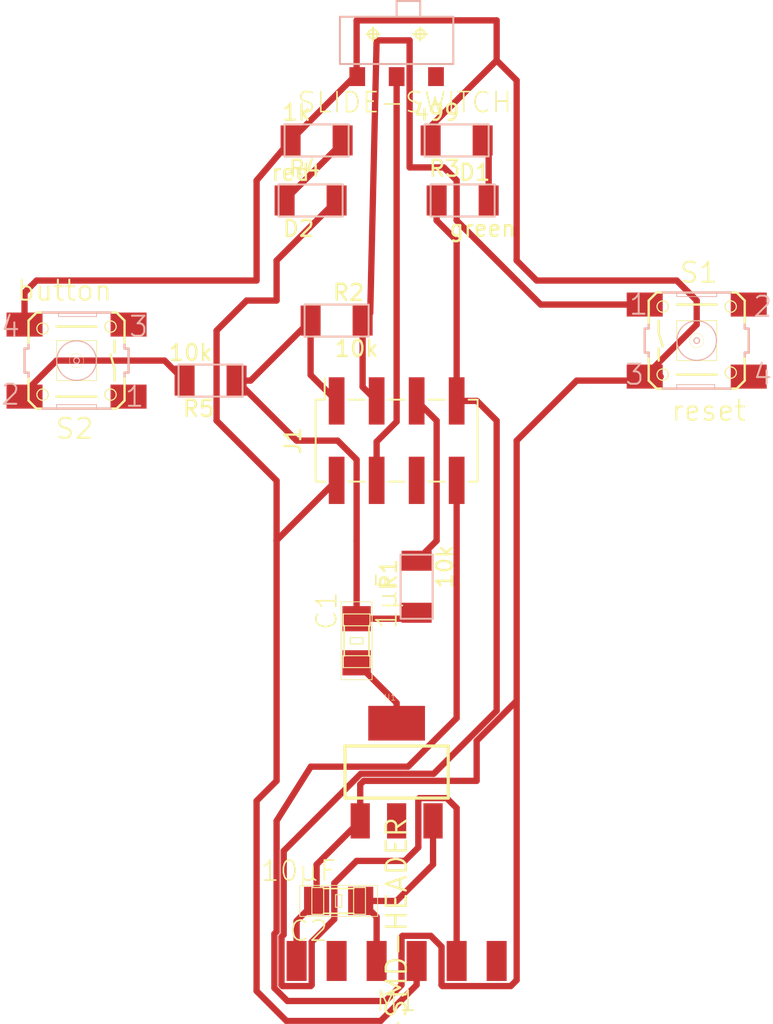
<source format=kicad_pcb>
(kicad_pcb (version 20171130) (host pcbnew "(5.1.9)-1")

  (general
    (thickness 1.6)
    (drawings 0)
    (tracks 138)
    (zones 0)
    (modules 15)
    (nets 20)
  )

  (page A4)
  (layers
    (0 F.Cu signal)
    (31 B.Cu signal hide)
    (32 B.Adhes user hide)
    (33 F.Adhes user hide)
    (34 B.Paste user hide)
    (35 F.Paste user hide)
    (36 B.SilkS user hide)
    (37 F.SilkS user hide)
    (38 B.Mask user hide)
    (39 F.Mask user hide)
    (40 Dwgs.User user hide)
    (41 Cmts.User user hide)
    (42 Eco1.User user hide)
    (43 Eco2.User user hide)
    (44 Edge.Cuts user hide)
    (45 Margin user hide)
    (46 B.CrtYd user hide)
    (47 F.CrtYd user hide)
    (48 B.Fab user hide)
    (49 F.Fab user hide)
  )

  (setup
    (last_trace_width 0.4)
    (trace_clearance 0.3)
    (zone_clearance 0.508)
    (zone_45_only no)
    (trace_min 0.4)
    (via_size 0.8)
    (via_drill 0.4)
    (via_min_size 0.4)
    (via_min_drill 0.3)
    (uvia_size 0.3)
    (uvia_drill 0.1)
    (uvias_allowed no)
    (uvia_min_size 0.2)
    (uvia_min_drill 0.1)
    (edge_width 0.05)
    (segment_width 0.2)
    (pcb_text_width 0.3)
    (pcb_text_size 1.5 1.5)
    (mod_edge_width 0.12)
    (mod_text_size 1 1)
    (mod_text_width 0.15)
    (pad_size 1.524 1.524)
    (pad_drill 0.762)
    (pad_to_mask_clearance 0)
    (aux_axis_origin 0 0)
    (visible_elements 7FFFFFFF)
    (pcbplotparams
      (layerselection 0x010fc_ffffffff)
      (usegerberextensions false)
      (usegerberattributes true)
      (usegerberadvancedattributes true)
      (creategerberjobfile true)
      (excludeedgelayer true)
      (linewidth 0.100000)
      (plotframeref false)
      (viasonmask false)
      (mode 1)
      (useauxorigin false)
      (hpglpennumber 1)
      (hpglpenspeed 20)
      (hpglpendiameter 15.000000)
      (psnegative false)
      (psa4output false)
      (plotreference true)
      (plotvalue true)
      (plotinvisibletext false)
      (padsonsilk false)
      (subtractmaskfromsilk false)
      (outputformat 1)
      (mirror false)
      (drillshape 1)
      (scaleselection 1)
      (outputdirectory ""))
  )

  (net 0 "")
  (net 1 3.3V)
  (net 2 "Net-(C1-Pad1)")
  (net 3 gnd)
  (net 4 5V)
  (net 5 "Net-(D1-Pad2)")
  (net 6 TX-gp1)
  (net 7 "Net-(D2-Pad2)")
  (net 8 RX-gp3)
  (net 9 "Net-(M1-Pad6)")
  (net 10 "Net-(M1-Pad2)")
  (net 11 reset)
  (net 12 "Net-(R5-Pad2)")
  (net 13 "Net-(S1-Pad4)")
  (net 14 "Net-(S1-Pad2)")
  (net 15 "Net-(S2-Pad3)")
  (net 16 "Net-(S2-Pad1)")
  (net 17 gp0)
  (net 18 "Net-(S3-Pad1)")
  (net 19 "Net-(J1-Pad5)")

  (net_class Default "This is the default net class."
    (clearance 0.3)
    (trace_width 0.4)
    (via_dia 0.8)
    (via_drill 0.4)
    (uvia_dia 0.3)
    (uvia_drill 0.1)
    (diff_pair_width 0.25)
    (diff_pair_gap 0.25)
    (add_net 3.3V)
    (add_net 5V)
    (add_net "Net-(C1-Pad1)")
    (add_net "Net-(D1-Pad2)")
    (add_net "Net-(D2-Pad2)")
    (add_net "Net-(J1-Pad5)")
    (add_net "Net-(M1-Pad2)")
    (add_net "Net-(M1-Pad6)")
    (add_net "Net-(R5-Pad2)")
    (add_net "Net-(S1-Pad2)")
    (add_net "Net-(S1-Pad4)")
    (add_net "Net-(S2-Pad1)")
    (add_net "Net-(S2-Pad3)")
    (add_net "Net-(S3-Pad1)")
    (add_net RX-gp3)
    (add_net TX-gp1)
    (add_net gnd)
    (add_net gp0)
    (add_net reset)
  )

  (module fab:fab-R1206FAB (layer F.Cu) (tedit 200000) (tstamp 6046489A)
    (at 116.84 54.61)
    (path /6046C2D8)
    (attr smd)
    (fp_text reference R2 (at 0.762 -1.778) (layer F.SilkS)
      (effects (font (size 1.016 1.016) (thickness 0.1524)))
    )
    (fp_text value 10k (at 1.27 1.778) (layer F.SilkS)
      (effects (font (size 1.016 1.016) (thickness 0.1524)))
    )
    (fp_line (start -2.032 1.016) (end -2.032 -1.016) (layer B.SilkS) (width 0.127))
    (fp_line (start 2.032 1.016) (end -2.032 1.016) (layer B.SilkS) (width 0.127))
    (fp_line (start 2.032 -1.016) (end 2.032 1.016) (layer B.SilkS) (width 0.127))
    (fp_line (start -2.032 -1.016) (end 2.032 -1.016) (layer B.SilkS) (width 0.127))
    (pad 2 smd rect (at 1.651 0) (size 1.27 1.905) (layers F.Cu F.Paste F.Mask)
      (net 11 reset))
    (pad 1 smd rect (at -1.651 0) (size 1.27 1.905) (layers F.Cu F.Paste F.Mask)
      (net 1 3.3V))
  )

  (module Connector_PinSocket_2.54mm:PinSocket_2x04_P2.54mm_Vertical_SMD (layer F.Cu) (tedit 5A19A42A) (tstamp 6046B407)
    (at 120.65 62.23 90)
    (descr "surface-mounted straight socket strip, 2x04, 2.54mm pitch, double cols (from Kicad 4.0.7), script generated")
    (tags "Surface mounted socket strip SMD 2x04 2.54mm double row")
    (path /604662D5)
    (attr smd)
    (fp_text reference J1 (at 0 -6.58 90) (layer F.SilkS)
      (effects (font (size 1 1) (thickness 0.15)))
    )
    (fp_text value "ESP conn" (at 0 6.58 90) (layer F.Fab)
      (effects (font (size 1 1) (thickness 0.15)))
    )
    (fp_line (start -4.55 5.6) (end -4.55 -5.6) (layer F.CrtYd) (width 0.05))
    (fp_line (start 4.5 5.6) (end -4.55 5.6) (layer F.CrtYd) (width 0.05))
    (fp_line (start 4.5 -5.6) (end 4.5 5.6) (layer F.CrtYd) (width 0.05))
    (fp_line (start -4.55 -5.6) (end 4.5 -5.6) (layer F.CrtYd) (width 0.05))
    (fp_line (start 3.92 4.13) (end 2.54 4.13) (layer F.Fab) (width 0.1))
    (fp_line (start 3.92 3.49) (end 3.92 4.13) (layer F.Fab) (width 0.1))
    (fp_line (start 2.54 3.49) (end 3.92 3.49) (layer F.Fab) (width 0.1))
    (fp_line (start -3.92 4.13) (end -3.92 3.49) (layer F.Fab) (width 0.1))
    (fp_line (start -2.54 4.13) (end -3.92 4.13) (layer F.Fab) (width 0.1))
    (fp_line (start -3.92 3.49) (end -2.54 3.49) (layer F.Fab) (width 0.1))
    (fp_line (start 3.92 1.59) (end 2.54 1.59) (layer F.Fab) (width 0.1))
    (fp_line (start 3.92 0.95) (end 3.92 1.59) (layer F.Fab) (width 0.1))
    (fp_line (start 2.54 0.95) (end 3.92 0.95) (layer F.Fab) (width 0.1))
    (fp_line (start -3.92 1.59) (end -3.92 0.95) (layer F.Fab) (width 0.1))
    (fp_line (start -2.54 1.59) (end -3.92 1.59) (layer F.Fab) (width 0.1))
    (fp_line (start -3.92 0.95) (end -2.54 0.95) (layer F.Fab) (width 0.1))
    (fp_line (start 3.92 -0.95) (end 2.54 -0.95) (layer F.Fab) (width 0.1))
    (fp_line (start 3.92 -1.59) (end 3.92 -0.95) (layer F.Fab) (width 0.1))
    (fp_line (start 2.54 -1.59) (end 3.92 -1.59) (layer F.Fab) (width 0.1))
    (fp_line (start -3.92 -0.95) (end -3.92 -1.59) (layer F.Fab) (width 0.1))
    (fp_line (start -2.54 -0.95) (end -3.92 -0.95) (layer F.Fab) (width 0.1))
    (fp_line (start -3.92 -1.59) (end -2.54 -1.59) (layer F.Fab) (width 0.1))
    (fp_line (start 3.92 -3.49) (end 2.54 -3.49) (layer F.Fab) (width 0.1))
    (fp_line (start 3.92 -4.13) (end 3.92 -3.49) (layer F.Fab) (width 0.1))
    (fp_line (start 2.54 -4.13) (end 3.92 -4.13) (layer F.Fab) (width 0.1))
    (fp_line (start -3.92 -3.49) (end -3.92 -4.13) (layer F.Fab) (width 0.1))
    (fp_line (start -2.54 -3.49) (end -3.92 -3.49) (layer F.Fab) (width 0.1))
    (fp_line (start -3.92 -4.13) (end -2.54 -4.13) (layer F.Fab) (width 0.1))
    (fp_line (start -2.54 5.08) (end -2.54 -5.08) (layer F.Fab) (width 0.1))
    (fp_line (start 2.54 5.08) (end -2.54 5.08) (layer F.Fab) (width 0.1))
    (fp_line (start 2.54 -4.08) (end 2.54 5.08) (layer F.Fab) (width 0.1))
    (fp_line (start 1.54 -5.08) (end 2.54 -4.08) (layer F.Fab) (width 0.1))
    (fp_line (start -2.54 -5.08) (end 1.54 -5.08) (layer F.Fab) (width 0.1))
    (fp_line (start 2.6 -4.57) (end 3.96 -4.57) (layer F.SilkS) (width 0.12))
    (fp_line (start -2.6 4.57) (end -2.6 5.14) (layer F.SilkS) (width 0.12))
    (fp_line (start -2.6 2.03) (end -2.6 3.05) (layer F.SilkS) (width 0.12))
    (fp_line (start -2.6 -0.51) (end -2.6 0.51) (layer F.SilkS) (width 0.12))
    (fp_line (start -2.6 -3.05) (end -2.6 -2.03) (layer F.SilkS) (width 0.12))
    (fp_line (start -2.6 -5.14) (end -2.6 -4.57) (layer F.SilkS) (width 0.12))
    (fp_line (start -2.6 5.14) (end 2.6 5.14) (layer F.SilkS) (width 0.12))
    (fp_line (start 2.6 4.57) (end 2.6 5.14) (layer F.SilkS) (width 0.12))
    (fp_line (start 2.6 2.03) (end 2.6 3.05) (layer F.SilkS) (width 0.12))
    (fp_line (start 2.6 -0.51) (end 2.6 0.51) (layer F.SilkS) (width 0.12))
    (fp_line (start 2.6 -3.05) (end 2.6 -2.03) (layer F.SilkS) (width 0.12))
    (fp_line (start 2.6 -5.14) (end 2.6 -4.57) (layer F.SilkS) (width 0.12))
    (fp_line (start -2.6 -5.14) (end 2.6 -5.14) (layer F.SilkS) (width 0.12))
    (fp_text user %R (at 0 0) (layer F.Fab)
      (effects (font (size 1 1) (thickness 0.15)))
    )
    (pad 8 smd rect (at -2.52 3.81 90) (size 3 1) (layers F.Cu F.Paste F.Mask)
      (net 3 gnd))
    (pad 7 smd rect (at 2.52 3.81 90) (size 3 1) (layers F.Cu F.Paste F.Mask)
      (net 6 TX-gp1))
    (pad 6 smd rect (at -2.52 1.27 90) (size 3 1) (layers F.Cu F.Paste F.Mask)
      (net 3 gnd))
    (pad 5 smd rect (at 2.52 1.27 90) (size 3 1) (layers F.Cu F.Paste F.Mask)
      (net 19 "Net-(J1-Pad5)"))
    (pad 4 smd rect (at -2.52 -1.27 90) (size 3 1) (layers F.Cu F.Paste F.Mask)
      (net 17 gp0))
    (pad 3 smd rect (at 2.52 -1.27 90) (size 3 1) (layers F.Cu F.Paste F.Mask)
      (net 11 reset))
    (pad 2 smd rect (at -2.52 -3.81 90) (size 3 1) (layers F.Cu F.Paste F.Mask)
      (net 8 RX-gp3))
    (pad 1 smd rect (at 2.52 -3.81 90) (size 3 1) (layers F.Cu F.Paste F.Mask)
      (net 1 3.3V))
    (model ${KISYS3DMOD}/Connector_PinSocket_2.54mm.3dshapes/PinSocket_2x04_P2.54mm_Vertical_SMD.wrl
      (at (xyz 0 0 0))
      (scale (xyz 1 1 1))
      (rotate (xyz 0 0 0))
    )
  )

  (module fab:fab-SOT223 (layer F.Cu) (tedit 5E6F6C42) (tstamp 6046495E)
    (at 120.65 83.2612)
    (descr <b>SOT-223</b>)
    (path /60461F6F)
    (fp_text reference U1 (at -0.8255 -4.5085) (layer F.SilkS)
      (effects (font (size 0.38608 0.38608) (thickness 0.030886)) (justify left bottom))
    )
    (fp_text value "3.3V reg" (at -1.0795 0.1905) (layer F.Fab)
      (effects (font (size 0.38608 0.38608) (thickness 0.030886)) (justify left bottom))
    )
    (fp_poly (pts (xy 1.8796 3.6576) (xy 2.7432 3.6576) (xy 2.7432 1.8034) (xy 1.8796 1.8034)) (layer F.Fab) (width 0))
    (fp_poly (pts (xy -2.7432 3.6576) (xy -1.8796 3.6576) (xy -1.8796 1.8034) (xy -2.7432 1.8034)) (layer F.Fab) (width 0))
    (fp_poly (pts (xy -0.4318 3.6576) (xy 0.4318 3.6576) (xy 0.4318 1.8034) (xy -0.4318 1.8034)) (layer F.Fab) (width 0))
    (fp_poly (pts (xy -1.6002 -1.8034) (xy 1.6002 -1.8034) (xy 1.6002 -3.6576) (xy -1.6002 -3.6576)) (layer F.Fab) (width 0))
    (fp_poly (pts (xy 1.8796 3.6576) (xy 2.7432 3.6576) (xy 2.7432 1.8034) (xy 1.8796 1.8034)) (layer F.Fab) (width 0))
    (fp_poly (pts (xy -2.7432 3.6576) (xy -1.8796 3.6576) (xy -1.8796 1.8034) (xy -2.7432 1.8034)) (layer F.Fab) (width 0))
    (fp_poly (pts (xy -0.4318 3.6576) (xy 0.4318 3.6576) (xy 0.4318 1.8034) (xy -0.4318 1.8034)) (layer F.Fab) (width 0))
    (fp_poly (pts (xy -1.6002 -1.8034) (xy 1.6002 -1.8034) (xy 1.6002 -3.6576) (xy -1.6002 -3.6576)) (layer F.Fab) (width 0))
    (fp_line (start -3.2766 -1.651) (end 3.2766 -1.651) (layer F.SilkS) (width 0.2032))
    (fp_line (start -3.2766 1.651) (end -3.2766 -1.651) (layer F.SilkS) (width 0.2032))
    (fp_line (start 3.2766 1.651) (end -3.2766 1.651) (layer F.SilkS) (width 0.2032))
    (fp_line (start 3.2766 -1.651) (end 3.2766 1.651) (layer F.SilkS) (width 0.2032))
    (pad 2 smd rect (at 0 -3.099) (size 3.6 2.2) (layers F.Cu F.Paste F.Mask)
      (net 2 "Net-(C1-Pad1)") (solder_mask_margin 0.1016))
    (pad 3 smd rect (at 2.3114 3.0988) (size 1.2192 2.2352) (layers F.Cu F.Paste F.Mask)
      (net 4 5V) (solder_mask_margin 0.1016))
    (pad 2 smd rect (at 0 3.0988) (size 1.2192 2.2352) (layers F.Cu F.Paste F.Mask)
      (net 2 "Net-(C1-Pad1)") (solder_mask_margin 0.1016))
    (pad 1 smd rect (at -2.3114 3.0988) (size 1.2192 2.2352) (layers F.Cu F.Paste F.Mask)
      (net 3 gnd) (solder_mask_margin 0.1016))
  )

  (module fab:fab-AYZ0102AGRLC (layer F.Cu) (tedit 200000) (tstamp 6046494A)
    (at 120.65 36.83)
    (path /60465250)
    (attr smd)
    (fp_text reference S3 (at 0.381 -3.429) (layer F.SilkS)
      (effects (font (size 1.27 1.27) (thickness 0.1016)))
    )
    (fp_text value SLIDE-SWITCH (at 0.508 3.937) (layer F.SilkS)
      (effects (font (size 1.27 1.27) (thickness 0.1016)))
    )
    (fp_line (start 1.4986 0.02286) (end 1.4986 -0.82296) (layer F.SilkS) (width 0.127))
    (fp_line (start 1.07442 -0.39878) (end 1.92278 -0.39878) (layer F.SilkS) (width 0.127))
    (fp_circle (center 1.4986 -0.39878) (end 1.70942 -0.6096) (layer F.SilkS) (width 0.127))
    (fp_line (start -1.4986 0.02286) (end -1.4986 -0.82296) (layer F.SilkS) (width 0.127))
    (fp_line (start -1.92278 -0.39878) (end -1.07442 -0.39878) (layer F.SilkS) (width 0.127))
    (fp_circle (center -1.4986 -0.39878) (end -1.70942 -0.6096) (layer F.SilkS) (width 0.127))
    (fp_line (start 1.4986 -2.49936) (end 1.4986 -1.4986) (layer B.SilkS) (width 0.127))
    (fp_line (start 0 -2.49936) (end 1.4986 -2.49936) (layer B.SilkS) (width 0.127))
    (fp_line (start 0 -1.59766) (end 0 -2.49936) (layer B.SilkS) (width 0.127))
    (fp_line (start -3.59918 -1.4986) (end -3.59918 1.4986) (layer B.SilkS) (width 0.127))
    (fp_line (start -1.4986 -1.4986) (end -3.59918 -1.4986) (layer B.SilkS) (width 0.127))
    (fp_line (start 1.4986 -1.4986) (end -1.4986 -1.4986) (layer B.SilkS) (width 0.127))
    (fp_line (start 3.59918 -1.4986) (end 1.4986 -1.4986) (layer B.SilkS) (width 0.127))
    (fp_line (start 3.59918 1.4986) (end 3.59918 -1.4986) (layer B.SilkS) (width 0.127))
    (fp_line (start -3.59918 1.4986) (end 3.59918 1.4986) (layer B.SilkS) (width 0.127))
    (pad 3 smd rect (at -2.49936 2.2987) (size 0.99822 1.19888) (layers F.Cu F.Paste F.Mask)
      (net 3 gnd))
    (pad 2 smd rect (at 0 2.2987) (size 0.99822 1.19888) (layers F.Cu F.Paste F.Mask)
      (net 17 gp0))
    (pad 1 smd rect (at 2.49936 2.2987) (size 0.99822 1.19888) (layers F.Cu F.Paste F.Mask)
      (net 18 "Net-(S3-Pad1)"))
  )

  (module fab:fab-6MM_SWITCH (layer F.Cu) (tedit 200000) (tstamp 60464934)
    (at 100.33 57.15 180)
    (descr "OMRON SWITCH")
    (tags "OMRON SWITCH")
    (path /60476784)
    (attr smd)
    (fp_text reference S2 (at 0.127 -4.318) (layer F.SilkS)
      (effects (font (size 1.27 1.27) (thickness 0.127)))
    )
    (fp_text value button (at 0.762 4.445) (layer F.SilkS)
      (effects (font (size 1.27 1.27) (thickness 0.127)))
    )
    (fp_circle (center 0 0) (end -0.127 0.127) (layer B.SilkS) (width 0.0762))
    (fp_circle (center 0 0) (end -0.3175 0.3175) (layer F.SilkS) (width 0.0254))
    (fp_circle (center -2.159 -2.159) (end -2.413 -2.413) (layer F.SilkS) (width 0.0762))
    (fp_circle (center 2.159 -2.159) (end 2.413 -2.413) (layer F.SilkS) (width 0.0762))
    (fp_circle (center 2.159 2.032) (end 2.413 2.286) (layer F.SilkS) (width 0.0762))
    (fp_circle (center -2.159 2.159) (end -2.413 2.413) (layer F.SilkS) (width 0.0762))
    (fp_circle (center 0 0) (end -0.889 0.889) (layer B.SilkS) (width 0.0762))
    (fp_line (start -2.413 -0.508) (end -2.159 0.381) (layer F.SilkS) (width 0.1524))
    (fp_line (start -2.413 0.508) (end -2.413 1.27) (layer F.SilkS) (width 0.1524))
    (fp_line (start -2.413 -1.27) (end -2.413 -0.508) (layer F.SilkS) (width 0.1524))
    (fp_line (start 1.27 -2.286) (end -1.27 -2.286) (layer F.SilkS) (width 0.1524))
    (fp_line (start -1.27 2.159) (end 1.27 2.159) (layer F.SilkS) (width 0.1524))
    (fp_line (start -3.048 -0.762) (end -3.048 -1.016) (layer B.SilkS) (width 0.1524))
    (fp_line (start -3.048 0.762) (end -3.048 1.016) (layer B.SilkS) (width 0.1524))
    (fp_line (start 3.048 -0.762) (end 3.048 -1.016) (layer B.SilkS) (width 0.1524))
    (fp_line (start 3.048 0.762) (end 3.048 1.016) (layer B.SilkS) (width 0.1524))
    (fp_line (start 1.143 3.048) (end 2.159 3.048) (layer B.SilkS) (width 0.1524))
    (fp_line (start -1.27 3.048) (end 1.143 3.048) (layer B.SilkS) (width 0.1524))
    (fp_line (start -1.27 -3.048) (end -2.159 -3.048) (layer B.SilkS) (width 0.1524))
    (fp_line (start 1.27 -3.048) (end -1.27 -3.048) (layer B.SilkS) (width 0.1524))
    (fp_line (start 2.159 -3.048) (end 1.27 -3.048) (layer B.SilkS) (width 0.1524))
    (fp_line (start 2.54 -3.048) (end 2.159 -3.048) (layer F.SilkS) (width 0.1524))
    (fp_line (start -2.54 -3.048) (end -2.159 -3.048) (layer F.SilkS) (width 0.1524))
    (fp_line (start -2.159 3.048) (end -1.27 3.048) (layer B.SilkS) (width 0.1524))
    (fp_line (start -2.54 3.048) (end -2.159 3.048) (layer F.SilkS) (width 0.1524))
    (fp_line (start 2.54 3.048) (end 2.159 3.048) (layer F.SilkS) (width 0.1524))
    (fp_line (start -1.27 2.794) (end -1.27 3.048) (layer B.SilkS) (width 0.0508))
    (fp_line (start 1.143 2.794) (end 1.143 3.048) (layer B.SilkS) (width 0.0508))
    (fp_line (start 1.143 2.794) (end -1.27 2.794) (layer B.SilkS) (width 0.0508))
    (fp_line (start 1.27 -2.794) (end 1.27 -3.048) (layer B.SilkS) (width 0.0508))
    (fp_line (start 1.27 -2.794) (end -1.27 -2.794) (layer B.SilkS) (width 0.0508))
    (fp_line (start -1.27 -3.048) (end -1.27 -2.794) (layer B.SilkS) (width 0.0508))
    (fp_line (start -1.27 -1.27) (end 1.27 -1.27) (layer F.SilkS) (width 0.0508))
    (fp_line (start 1.27 1.27) (end 1.27 -1.27) (layer F.SilkS) (width 0.0508))
    (fp_line (start 1.27 1.27) (end -1.27 1.27) (layer F.SilkS) (width 0.0508))
    (fp_line (start -1.27 -1.27) (end -1.27 1.27) (layer F.SilkS) (width 0.0508))
    (fp_line (start -3.048 2.54) (end -3.048 1.016) (layer F.SilkS) (width 0.1524))
    (fp_line (start -2.54 3.048) (end -3.048 2.54) (layer F.SilkS) (width 0.1524))
    (fp_line (start -3.048 -2.54) (end -3.048 -1.016) (layer F.SilkS) (width 0.1524))
    (fp_line (start -2.54 -3.048) (end -3.048 -2.54) (layer F.SilkS) (width 0.1524))
    (fp_line (start 3.048 2.54) (end 3.048 1.016) (layer F.SilkS) (width 0.1524))
    (fp_line (start 2.54 3.048) (end 3.048 2.54) (layer F.SilkS) (width 0.1524))
    (fp_line (start 3.048 -2.54) (end 2.54 -3.048) (layer F.SilkS) (width 0.1524))
    (fp_line (start -3.048 0.762) (end -3.302 0.762) (layer B.SilkS) (width 0.1524))
    (fp_line (start -3.302 -0.762) (end -3.302 0.762) (layer B.SilkS) (width 0.1524))
    (fp_line (start -3.302 -0.762) (end -3.048 -0.762) (layer B.SilkS) (width 0.1524))
    (fp_line (start 3.048 -1.016) (end 3.048 -2.54) (layer F.SilkS) (width 0.1524))
    (fp_line (start 3.048 -0.762) (end 3.302 -0.762) (layer B.SilkS) (width 0.1524))
    (fp_line (start 3.302 0.762) (end 3.302 -0.762) (layer B.SilkS) (width 0.1524))
    (fp_line (start 3.302 0.762) (end 3.048 0.762) (layer B.SilkS) (width 0.1524))
    (fp_text user 4 (at 4.191 2.159) (layer B.SilkS)
      (effects (font (size 1.27 1.27) (thickness 0.127)))
    )
    (fp_text user 3 (at -3.937 2.159) (layer B.SilkS)
      (effects (font (size 1.27 1.27) (thickness 0.127)))
    )
    (fp_text user 2 (at 4.191 -2.159) (layer B.SilkS)
      (effects (font (size 1.27 1.27) (thickness 0.127)))
    )
    (fp_text user 1 (at -3.683 -2.286) (layer B.SilkS)
      (effects (font (size 1.27 1.27) (thickness 0.127)))
    )
    (pad 4 smd rect (at 3.302 2.286 180) (size 2.286 1.524) (layers F.Cu F.Paste F.Mask)
      (net 3 gnd))
    (pad 3 smd rect (at -3.302 2.286 180) (size 2.286 1.524) (layers F.Cu F.Paste F.Mask)
      (net 15 "Net-(S2-Pad3)"))
    (pad 2 smd rect (at 3.302 -2.286 180) (size 2.286 1.524) (layers F.Cu F.Paste F.Mask)
      (net 12 "Net-(R5-Pad2)"))
    (pad 1 smd rect (at -3.302 -2.286 180) (size 2.286 1.524) (layers F.Cu F.Paste F.Mask)
      (net 16 "Net-(S2-Pad1)"))
  )

  (module fab:fab-6MM_SWITCH (layer F.Cu) (tedit 200000) (tstamp 604648F6)
    (at 139.7 55.88)
    (descr "OMRON SWITCH")
    (tags "OMRON SWITCH")
    (path /604624CF)
    (attr smd)
    (fp_text reference S1 (at 0.127 -4.318) (layer F.SilkS)
      (effects (font (size 1.27 1.27) (thickness 0.127)))
    )
    (fp_text value reset (at 0.762 4.445) (layer F.SilkS)
      (effects (font (size 1.27 1.27) (thickness 0.127)))
    )
    (fp_circle (center 0 0) (end -0.127 0.127) (layer B.SilkS) (width 0.0762))
    (fp_circle (center 0 0) (end -0.3175 0.3175) (layer F.SilkS) (width 0.0254))
    (fp_circle (center -2.159 -2.159) (end -2.413 -2.413) (layer F.SilkS) (width 0.0762))
    (fp_circle (center 2.159 -2.159) (end 2.413 -2.413) (layer F.SilkS) (width 0.0762))
    (fp_circle (center 2.159 2.032) (end 2.413 2.286) (layer F.SilkS) (width 0.0762))
    (fp_circle (center -2.159 2.159) (end -2.413 2.413) (layer F.SilkS) (width 0.0762))
    (fp_circle (center 0 0) (end -0.889 0.889) (layer B.SilkS) (width 0.0762))
    (fp_line (start -2.413 -0.508) (end -2.159 0.381) (layer F.SilkS) (width 0.1524))
    (fp_line (start -2.413 0.508) (end -2.413 1.27) (layer F.SilkS) (width 0.1524))
    (fp_line (start -2.413 -1.27) (end -2.413 -0.508) (layer F.SilkS) (width 0.1524))
    (fp_line (start 1.27 -2.286) (end -1.27 -2.286) (layer F.SilkS) (width 0.1524))
    (fp_line (start -1.27 2.159) (end 1.27 2.159) (layer F.SilkS) (width 0.1524))
    (fp_line (start -3.048 -0.762) (end -3.048 -1.016) (layer B.SilkS) (width 0.1524))
    (fp_line (start -3.048 0.762) (end -3.048 1.016) (layer B.SilkS) (width 0.1524))
    (fp_line (start 3.048 -0.762) (end 3.048 -1.016) (layer B.SilkS) (width 0.1524))
    (fp_line (start 3.048 0.762) (end 3.048 1.016) (layer B.SilkS) (width 0.1524))
    (fp_line (start 1.143 3.048) (end 2.159 3.048) (layer B.SilkS) (width 0.1524))
    (fp_line (start -1.27 3.048) (end 1.143 3.048) (layer B.SilkS) (width 0.1524))
    (fp_line (start -1.27 -3.048) (end -2.159 -3.048) (layer B.SilkS) (width 0.1524))
    (fp_line (start 1.27 -3.048) (end -1.27 -3.048) (layer B.SilkS) (width 0.1524))
    (fp_line (start 2.159 -3.048) (end 1.27 -3.048) (layer B.SilkS) (width 0.1524))
    (fp_line (start 2.54 -3.048) (end 2.159 -3.048) (layer F.SilkS) (width 0.1524))
    (fp_line (start -2.54 -3.048) (end -2.159 -3.048) (layer F.SilkS) (width 0.1524))
    (fp_line (start -2.159 3.048) (end -1.27 3.048) (layer B.SilkS) (width 0.1524))
    (fp_line (start -2.54 3.048) (end -2.159 3.048) (layer F.SilkS) (width 0.1524))
    (fp_line (start 2.54 3.048) (end 2.159 3.048) (layer F.SilkS) (width 0.1524))
    (fp_line (start -1.27 2.794) (end -1.27 3.048) (layer B.SilkS) (width 0.0508))
    (fp_line (start 1.143 2.794) (end 1.143 3.048) (layer B.SilkS) (width 0.0508))
    (fp_line (start 1.143 2.794) (end -1.27 2.794) (layer B.SilkS) (width 0.0508))
    (fp_line (start 1.27 -2.794) (end 1.27 -3.048) (layer B.SilkS) (width 0.0508))
    (fp_line (start 1.27 -2.794) (end -1.27 -2.794) (layer B.SilkS) (width 0.0508))
    (fp_line (start -1.27 -3.048) (end -1.27 -2.794) (layer B.SilkS) (width 0.0508))
    (fp_line (start -1.27 -1.27) (end 1.27 -1.27) (layer F.SilkS) (width 0.0508))
    (fp_line (start 1.27 1.27) (end 1.27 -1.27) (layer F.SilkS) (width 0.0508))
    (fp_line (start 1.27 1.27) (end -1.27 1.27) (layer F.SilkS) (width 0.0508))
    (fp_line (start -1.27 -1.27) (end -1.27 1.27) (layer F.SilkS) (width 0.0508))
    (fp_line (start -3.048 2.54) (end -3.048 1.016) (layer F.SilkS) (width 0.1524))
    (fp_line (start -2.54 3.048) (end -3.048 2.54) (layer F.SilkS) (width 0.1524))
    (fp_line (start -3.048 -2.54) (end -3.048 -1.016) (layer F.SilkS) (width 0.1524))
    (fp_line (start -2.54 -3.048) (end -3.048 -2.54) (layer F.SilkS) (width 0.1524))
    (fp_line (start 3.048 2.54) (end 3.048 1.016) (layer F.SilkS) (width 0.1524))
    (fp_line (start 2.54 3.048) (end 3.048 2.54) (layer F.SilkS) (width 0.1524))
    (fp_line (start 3.048 -2.54) (end 2.54 -3.048) (layer F.SilkS) (width 0.1524))
    (fp_line (start -3.048 0.762) (end -3.302 0.762) (layer B.SilkS) (width 0.1524))
    (fp_line (start -3.302 -0.762) (end -3.302 0.762) (layer B.SilkS) (width 0.1524))
    (fp_line (start -3.302 -0.762) (end -3.048 -0.762) (layer B.SilkS) (width 0.1524))
    (fp_line (start 3.048 -1.016) (end 3.048 -2.54) (layer F.SilkS) (width 0.1524))
    (fp_line (start 3.048 -0.762) (end 3.302 -0.762) (layer B.SilkS) (width 0.1524))
    (fp_line (start 3.302 0.762) (end 3.302 -0.762) (layer B.SilkS) (width 0.1524))
    (fp_line (start 3.302 0.762) (end 3.048 0.762) (layer B.SilkS) (width 0.1524))
    (fp_text user 4 (at 4.191 2.159) (layer B.SilkS)
      (effects (font (size 1.27 1.27) (thickness 0.127)))
    )
    (fp_text user 3 (at -3.937 2.159) (layer B.SilkS)
      (effects (font (size 1.27 1.27) (thickness 0.127)))
    )
    (fp_text user 2 (at 4.191 -2.159) (layer B.SilkS)
      (effects (font (size 1.27 1.27) (thickness 0.127)))
    )
    (fp_text user 1 (at -3.683 -2.286) (layer B.SilkS)
      (effects (font (size 1.27 1.27) (thickness 0.127)))
    )
    (pad 4 smd rect (at 3.302 2.286) (size 2.286 1.524) (layers F.Cu F.Paste F.Mask)
      (net 13 "Net-(S1-Pad4)"))
    (pad 3 smd rect (at -3.302 2.286) (size 2.286 1.524) (layers F.Cu F.Paste F.Mask)
      (net 3 gnd))
    (pad 2 smd rect (at 3.302 -2.286) (size 2.286 1.524) (layers F.Cu F.Paste F.Mask)
      (net 14 "Net-(S1-Pad2)"))
    (pad 1 smd rect (at -3.302 -2.286) (size 2.286 1.524) (layers F.Cu F.Paste F.Mask)
      (net 11 reset))
  )

  (module fab:fab-R1206FAB (layer F.Cu) (tedit 200000) (tstamp 604648B8)
    (at 108.839 58.42 180)
    (path /604778A2)
    (attr smd)
    (fp_text reference R5 (at 0.762 -1.778) (layer F.SilkS)
      (effects (font (size 1.016 1.016) (thickness 0.1524)))
    )
    (fp_text value 10k (at 1.27 1.778) (layer F.SilkS)
      (effects (font (size 1.016 1.016) (thickness 0.1524)))
    )
    (fp_line (start -2.032 1.016) (end -2.032 -1.016) (layer B.SilkS) (width 0.127))
    (fp_line (start 2.032 1.016) (end -2.032 1.016) (layer B.SilkS) (width 0.127))
    (fp_line (start 2.032 -1.016) (end 2.032 1.016) (layer B.SilkS) (width 0.127))
    (fp_line (start -2.032 -1.016) (end 2.032 -1.016) (layer B.SilkS) (width 0.127))
    (pad 2 smd rect (at 1.651 0 180) (size 1.27 1.905) (layers F.Cu F.Paste F.Mask)
      (net 12 "Net-(R5-Pad2)"))
    (pad 1 smd rect (at -1.651 0 180) (size 1.27 1.905) (layers F.Cu F.Paste F.Mask)
      (net 1 3.3V))
  )

  (module fab:fab-R1206FAB (layer F.Cu) (tedit 200000) (tstamp 604648AE)
    (at 115.57 43.18 180)
    (path /6046EA3E)
    (attr smd)
    (fp_text reference R4 (at 0.762 -1.778) (layer F.SilkS)
      (effects (font (size 1.016 1.016) (thickness 0.1524)))
    )
    (fp_text value 1k (at 1.27 1.778) (layer F.SilkS)
      (effects (font (size 1.016 1.016) (thickness 0.1524)))
    )
    (fp_line (start -2.032 1.016) (end -2.032 -1.016) (layer B.SilkS) (width 0.127))
    (fp_line (start 2.032 1.016) (end -2.032 1.016) (layer B.SilkS) (width 0.127))
    (fp_line (start 2.032 -1.016) (end 2.032 1.016) (layer B.SilkS) (width 0.127))
    (fp_line (start -2.032 -1.016) (end 2.032 -1.016) (layer B.SilkS) (width 0.127))
    (pad 2 smd rect (at 1.651 0 180) (size 1.27 1.905) (layers F.Cu F.Paste F.Mask)
      (net 3 gnd))
    (pad 1 smd rect (at -1.651 0 180) (size 1.27 1.905) (layers F.Cu F.Paste F.Mask)
      (net 7 "Net-(D2-Pad2)"))
  )

  (module fab:fab-R1206FAB (layer F.Cu) (tedit 200000) (tstamp 604648A4)
    (at 124.46 43.18 180)
    (path /6046DD62)
    (attr smd)
    (fp_text reference R3 (at 0.762 -1.778) (layer F.SilkS)
      (effects (font (size 1.016 1.016) (thickness 0.1524)))
    )
    (fp_text value 499 (at 1.27 1.778) (layer F.SilkS)
      (effects (font (size 1.016 1.016) (thickness 0.1524)))
    )
    (fp_line (start -2.032 1.016) (end -2.032 -1.016) (layer B.SilkS) (width 0.127))
    (fp_line (start 2.032 1.016) (end -2.032 1.016) (layer B.SilkS) (width 0.127))
    (fp_line (start 2.032 -1.016) (end 2.032 1.016) (layer B.SilkS) (width 0.127))
    (fp_line (start -2.032 -1.016) (end 2.032 -1.016) (layer B.SilkS) (width 0.127))
    (pad 2 smd rect (at 1.651 0 180) (size 1.27 1.905) (layers F.Cu F.Paste F.Mask)
      (net 3 gnd))
    (pad 1 smd rect (at -1.651 0 180) (size 1.27 1.905) (layers F.Cu F.Paste F.Mask)
      (net 5 "Net-(D1-Pad2)"))
  )

  (module fab:fab-R1206FAB (layer F.Cu) (tedit 200000) (tstamp 60464890)
    (at 121.92 71.501 90)
    (path /60465999)
    (attr smd)
    (fp_text reference R1 (at 0.762 -1.778 90) (layer F.SilkS)
      (effects (font (size 1.016 1.016) (thickness 0.1524)))
    )
    (fp_text value 10k (at 1.27 1.778 90) (layer F.SilkS)
      (effects (font (size 1.016 1.016) (thickness 0.1524)))
    )
    (fp_line (start -2.032 1.016) (end -2.032 -1.016) (layer B.SilkS) (width 0.127))
    (fp_line (start 2.032 1.016) (end -2.032 1.016) (layer B.SilkS) (width 0.127))
    (fp_line (start 2.032 -1.016) (end 2.032 1.016) (layer B.SilkS) (width 0.127))
    (fp_line (start -2.032 -1.016) (end 2.032 -1.016) (layer B.SilkS) (width 0.127))
    (pad 2 smd rect (at 1.651 0 90) (size 1.27 1.905) (layers F.Cu F.Paste F.Mask)
      (net 19 "Net-(J1-Pad5)"))
    (pad 1 smd rect (at -1.651 0 90) (size 1.27 1.905) (layers F.Cu F.Paste F.Mask)
      (net 1 3.3V))
  )

  (module fab:fab-1X06SMD (layer F.Cu) (tedit 200000) (tstamp 60464886)
    (at 120.65 95.25 90)
    (path /604618BA)
    (attr smd)
    (fp_text reference M1 (at -2.54 0) (layer F.SilkS)
      (effects (font (size 1.27 1.27) (thickness 0.1016)))
    )
    (fp_text value FTDI-SMD-HEADER (at 0 0 90) (layer F.SilkS)
      (effects (font (size 1.27 1.27) (thickness 0.15)))
    )
    (pad 6 smd rect (at 0 6.35 90) (size 2.54 1.27) (layers F.Cu F.Paste F.Mask)
      (net 9 "Net-(M1-Pad6)"))
    (pad 5 smd rect (at 0 3.81 90) (size 2.54 1.27) (layers F.Cu F.Paste F.Mask)
      (net 6 TX-gp1))
    (pad 4 smd rect (at 0 1.27 90) (size 2.54 1.27) (layers F.Cu F.Paste F.Mask)
      (net 8 RX-gp3))
    (pad 3 smd rect (at 0 -1.27 90) (size 2.54 1.27) (layers F.Cu F.Paste F.Mask)
      (net 4 5V))
    (pad 2 smd rect (at 0 -3.81 90) (size 2.54 1.27) (layers F.Cu F.Paste F.Mask)
      (net 10 "Net-(M1-Pad2)"))
    (pad 1 smd rect (at 0 -6.35 90) (size 2.54 1.27) (layers F.Cu F.Paste F.Mask)
      (net 3 gnd))
  )

  (module fab:fab-LED1206FAB (layer F.Cu) (tedit 200000) (tstamp 6046487C)
    (at 115.189 46.99 180)
    (descr "LED1206 FAB STYLE (SMALLER PADS TO ALLOW TRACE BETWEEN)")
    (tags "LED1206 FAB STYLE (SMALLER PADS TO ALLOW TRACE BETWEEN)")
    (path /6046D41C)
    (attr smd)
    (fp_text reference D2 (at 0.762 -1.778) (layer F.SilkS)
      (effects (font (size 1.016 1.016) (thickness 0.1524)))
    )
    (fp_text value red (at 1.27 1.778) (layer F.SilkS)
      (effects (font (size 1.016 1.016) (thickness 0.1524)))
    )
    (fp_line (start -2.032 1.016) (end -2.032 -1.016) (layer B.SilkS) (width 0.127))
    (fp_line (start 2.032 1.016) (end -2.032 1.016) (layer B.SilkS) (width 0.127))
    (fp_line (start 2.032 -1.016) (end 2.032 1.016) (layer B.SilkS) (width 0.127))
    (fp_line (start -2.032 -1.016) (end 2.032 -1.016) (layer B.SilkS) (width 0.127))
    (pad 2 smd rect (at 1.651 0 180) (size 1.27 1.905) (layers F.Cu F.Paste F.Mask)
      (net 7 "Net-(D2-Pad2)"))
    (pad 1 smd rect (at -1.651 0 180) (size 1.27 1.905) (layers F.Cu F.Paste F.Mask)
      (net 8 RX-gp3))
  )

  (module fab:fab-LED1206FAB (layer F.Cu) (tedit 200000) (tstamp 60464872)
    (at 124.841 46.99)
    (descr "LED1206 FAB STYLE (SMALLER PADS TO ALLOW TRACE BETWEEN)")
    (tags "LED1206 FAB STYLE (SMALLER PADS TO ALLOW TRACE BETWEEN)")
    (path /60463438)
    (attr smd)
    (fp_text reference D1 (at 0.762 -1.778) (layer F.SilkS)
      (effects (font (size 1.016 1.016) (thickness 0.1524)))
    )
    (fp_text value green (at 1.27 1.778) (layer F.SilkS)
      (effects (font (size 1.016 1.016) (thickness 0.1524)))
    )
    (fp_line (start -2.032 1.016) (end -2.032 -1.016) (layer B.SilkS) (width 0.127))
    (fp_line (start 2.032 1.016) (end -2.032 1.016) (layer B.SilkS) (width 0.127))
    (fp_line (start 2.032 -1.016) (end 2.032 1.016) (layer B.SilkS) (width 0.127))
    (fp_line (start -2.032 -1.016) (end 2.032 -1.016) (layer B.SilkS) (width 0.127))
    (pad 2 smd rect (at 1.651 0) (size 1.27 1.905) (layers F.Cu F.Paste F.Mask)
      (net 5 "Net-(D1-Pad2)"))
    (pad 1 smd rect (at -1.651 0) (size 1.27 1.905) (layers F.Cu F.Paste F.Mask)
      (net 6 TX-gp1))
  )

  (module fab:fab-C1206 (layer F.Cu) (tedit 200000) (tstamp 60464868)
    (at 116.96954 91.44 180)
    (descr CAPACITOR)
    (tags CAPACITOR)
    (path /60467AFB)
    (attr smd)
    (fp_text reference C2 (at 1.905 -1.905) (layer F.SilkS)
      (effects (font (size 1.27 1.27) (thickness 0.1016)))
    )
    (fp_text value 10µF (at 2.54 1.905) (layer F.SilkS)
      (effects (font (size 1.27 1.27) (thickness 0.1016)))
    )
    (fp_line (start -0.96266 0.78486) (end 0.96266 0.78486) (layer F.SilkS) (width 0.1016))
    (fp_line (start -0.96266 -0.78486) (end 0.96266 -0.78486) (layer F.SilkS) (width 0.1016))
    (fp_line (start 2.47142 -0.98298) (end 2.47142 0.98298) (layer F.SilkS) (width 0.0508))
    (fp_line (start -2.47142 0.98298) (end -2.47142 -0.98298) (layer F.SilkS) (width 0.0508))
    (fp_line (start 2.47142 0.98298) (end -2.47142 0.98298) (layer F.SilkS) (width 0.0508))
    (fp_line (start -2.47142 -0.98298) (end 2.47142 -0.98298) (layer F.SilkS) (width 0.0508))
    (fp_line (start -0.19812 0.39878) (end -0.19812 -0.39878) (layer F.SilkS) (width 0.06604))
    (fp_line (start -0.19812 -0.39878) (end 0.19812 -0.39878) (layer F.SilkS) (width 0.06604))
    (fp_line (start 0.19812 0.39878) (end 0.19812 -0.39878) (layer F.SilkS) (width 0.06604))
    (fp_line (start -0.19812 0.39878) (end 0.19812 0.39878) (layer F.SilkS) (width 0.06604))
    (fp_line (start 0.94996 0.84836) (end 0.94996 -0.8509) (layer F.SilkS) (width 0.06604))
    (fp_line (start 0.94996 -0.8509) (end 1.7018 -0.8509) (layer F.SilkS) (width 0.06604))
    (fp_line (start 1.7018 0.84836) (end 1.7018 -0.8509) (layer F.SilkS) (width 0.06604))
    (fp_line (start 0.94996 0.84836) (end 1.7018 0.84836) (layer F.SilkS) (width 0.06604))
    (fp_line (start -1.7018 0.8509) (end -1.7018 -0.84836) (layer F.SilkS) (width 0.06604))
    (fp_line (start -1.7018 -0.84836) (end -0.94996 -0.84836) (layer F.SilkS) (width 0.06604))
    (fp_line (start -0.94996 0.8509) (end -0.94996 -0.84836) (layer F.SilkS) (width 0.06604))
    (fp_line (start -1.7018 0.8509) (end -0.94996 0.8509) (layer F.SilkS) (width 0.06604))
    (pad 2 smd rect (at 1.39954 0 180) (size 1.59766 1.79832) (layers F.Cu F.Paste F.Mask)
      (net 3 gnd))
    (pad 1 smd rect (at -1.39954 0 180) (size 1.59766 1.79832) (layers F.Cu F.Paste F.Mask)
      (net 4 5V))
  )

  (module fab:fab-C1206 (layer F.Cu) (tedit 200000) (tstamp 60464850)
    (at 118.11 74.93 90)
    (descr CAPACITOR)
    (tags CAPACITOR)
    (path /60462EE4)
    (attr smd)
    (fp_text reference C1 (at 1.905 -1.905 90) (layer F.SilkS)
      (effects (font (size 1.27 1.27) (thickness 0.1016)))
    )
    (fp_text value 1µF (at 2.54 1.905 90) (layer F.SilkS)
      (effects (font (size 1.27 1.27) (thickness 0.1016)))
    )
    (fp_line (start -0.96266 0.78486) (end 0.96266 0.78486) (layer F.SilkS) (width 0.1016))
    (fp_line (start -0.96266 -0.78486) (end 0.96266 -0.78486) (layer F.SilkS) (width 0.1016))
    (fp_line (start 2.47142 -0.98298) (end 2.47142 0.98298) (layer F.SilkS) (width 0.0508))
    (fp_line (start -2.47142 0.98298) (end -2.47142 -0.98298) (layer F.SilkS) (width 0.0508))
    (fp_line (start 2.47142 0.98298) (end -2.47142 0.98298) (layer F.SilkS) (width 0.0508))
    (fp_line (start -2.47142 -0.98298) (end 2.47142 -0.98298) (layer F.SilkS) (width 0.0508))
    (fp_line (start -0.19812 0.39878) (end -0.19812 -0.39878) (layer F.SilkS) (width 0.06604))
    (fp_line (start -0.19812 -0.39878) (end 0.19812 -0.39878) (layer F.SilkS) (width 0.06604))
    (fp_line (start 0.19812 0.39878) (end 0.19812 -0.39878) (layer F.SilkS) (width 0.06604))
    (fp_line (start -0.19812 0.39878) (end 0.19812 0.39878) (layer F.SilkS) (width 0.06604))
    (fp_line (start 0.94996 0.84836) (end 0.94996 -0.8509) (layer F.SilkS) (width 0.06604))
    (fp_line (start 0.94996 -0.8509) (end 1.7018 -0.8509) (layer F.SilkS) (width 0.06604))
    (fp_line (start 1.7018 0.84836) (end 1.7018 -0.8509) (layer F.SilkS) (width 0.06604))
    (fp_line (start 0.94996 0.84836) (end 1.7018 0.84836) (layer F.SilkS) (width 0.06604))
    (fp_line (start -1.7018 0.8509) (end -1.7018 -0.84836) (layer F.SilkS) (width 0.06604))
    (fp_line (start -1.7018 -0.84836) (end -0.94996 -0.84836) (layer F.SilkS) (width 0.06604))
    (fp_line (start -0.94996 0.8509) (end -0.94996 -0.84836) (layer F.SilkS) (width 0.06604))
    (fp_line (start -1.7018 0.8509) (end -0.94996 0.8509) (layer F.SilkS) (width 0.06604))
    (pad 2 smd rect (at 1.39954 0 90) (size 1.59766 1.79832) (layers F.Cu F.Paste F.Mask)
      (net 1 3.3V))
    (pad 1 smd rect (at -1.39954 0 90) (size 1.59766 1.79832) (layers F.Cu F.Paste F.Mask)
      (net 2 "Net-(C1-Pad1)"))
  )

  (segment (start 121.54154 73.53046) (end 121.92 73.152) (width 0.4) (layer F.Cu) (net 1))
  (segment (start 118.11 73.53046) (end 121.54154 73.53046) (width 0.4) (layer F.Cu) (net 1))
  (segment (start 118.11 68.58) (end 118.11 63.434998) (width 0.4) (layer F.Cu) (net 1))
  (segment (start 118.11 63.434998) (end 116.905002 62.23) (width 0.4) (layer F.Cu) (net 1))
  (segment (start 118.11 73.53046) (end 118.11 68.58) (width 0.4) (layer F.Cu) (net 1))
  (segment (start 114.3 62.23) (end 110.49 58.42) (width 0.4) (layer F.Cu) (net 1))
  (segment (start 116.905002 62.23) (end 114.3 62.23) (width 0.4) (layer F.Cu) (net 1))
  (segment (start 111.379 58.42) (end 115.189 54.61) (width 0.4) (layer F.Cu) (net 1))
  (segment (start 110.49 58.42) (end 111.379 58.42) (width 0.4) (layer F.Cu) (net 1))
  (segment (start 115.189 58.059) (end 116.84 59.71) (width 0.4) (layer F.Cu) (net 1))
  (segment (start 115.189 54.61) (end 115.189 58.059) (width 0.4) (layer F.Cu) (net 1))
  (segment (start 120.65 78.86954) (end 118.11 76.32954) (width 0.4) (layer F.Cu) (net 2))
  (segment (start 120.65 80.1622) (end 120.65 78.86954) (width 0.4) (layer F.Cu) (net 2))
  (segment (start 117.9703 39.1287) (end 113.919 43.18) (width 0.4) (layer F.Cu) (net 3))
  (segment (start 118.15064 39.1287) (end 117.9703 39.1287) (width 0.4) (layer F.Cu) (net 3))
  (segment (start 122.809 42.291) (end 127 38.1) (width 0.4) (layer F.Cu) (net 3))
  (segment (start 122.809 43.18) (end 122.809 42.291) (width 0.4) (layer F.Cu) (net 3))
  (segment (start 114.3 92.71) (end 115.57 91.44) (width 0.4) (layer F.Cu) (net 3))
  (segment (start 114.3 95.25) (end 114.3 92.71) (width 0.4) (layer F.Cu) (net 3))
  (segment (start 115.57 89.1286) (end 118.3386 86.36) (width 0.4) (layer F.Cu) (net 3))
  (segment (start 115.57 91.44) (end 115.57 89.1286) (width 0.4) (layer F.Cu) (net 3))
  (segment (start 118.5672 83.82) (end 125.73 83.82) (width 0.4) (layer F.Cu) (net 3))
  (segment (start 118.3386 84.0486) (end 118.5672 83.82) (width 0.4) (layer F.Cu) (net 3))
  (segment (start 118.3386 86.36) (end 118.3386 84.0486) (width 0.4) (layer F.Cu) (net 3))
  (segment (start 125.73 83.82) (end 125.73 81.28) (width 0.4) (layer F.Cu) (net 3))
  (segment (start 136.398 58.166) (end 137.414 58.166) (width 0.4) (layer F.Cu) (net 3))
  (segment (start 125.73 81.28) (end 128.27 78.74) (width 0.4) (layer F.Cu) (net 3))
  (segment (start 136.144 58.42) (end 136.398 58.166) (width 0.4) (layer F.Cu) (net 3))
  (segment (start 132.08 58.42) (end 136.144 58.42) (width 0.4) (layer F.Cu) (net 3))
  (segment (start 128.27 62.23) (end 132.08 58.42) (width 0.4) (layer F.Cu) (net 3))
  (segment (start 128.27 78.74) (end 128.27 62.23) (width 0.4) (layer F.Cu) (net 3))
  (segment (start 128.27 96.470002) (end 128.27 78.74) (width 0.4) (layer F.Cu) (net 3))
  (segment (start 127.895001 96.845001) (end 128.27 96.470002) (width 0.4) (layer F.Cu) (net 3))
  (segment (start 123.499999 94.339997) (end 123.499999 96.780001) (width 0.4) (layer F.Cu) (net 3))
  (segment (start 122.815001 93.654999) (end 123.499999 94.339997) (width 0.4) (layer F.Cu) (net 3))
  (segment (start 120.959999 93.719999) (end 121.024999 93.654999) (width 0.4) (layer F.Cu) (net 3))
  (segment (start 120.959999 96.780001) (end 120.959999 93.719999) (width 0.4) (layer F.Cu) (net 3))
  (segment (start 119.95 97.79) (end 120.959999 96.780001) (width 0.4) (layer F.Cu) (net 3))
  (segment (start 113.713588 97.79) (end 119.95 97.79) (width 0.4) (layer F.Cu) (net 3))
  (segment (start 121.024999 93.654999) (end 122.815001 93.654999) (width 0.4) (layer F.Cu) (net 3))
  (segment (start 112.889988 96.966401) (end 113.713588 97.79) (width 0.4) (layer F.Cu) (net 3))
  (segment (start 112.889988 93.533599) (end 112.889988 96.966401) (width 0.4) (layer F.Cu) (net 3))
  (segment (start 113.03 93.393587) (end 112.889988 93.533599) (width 0.4) (layer F.Cu) (net 3))
  (segment (start 113.03 86.36) (end 113.03 93.393587) (width 0.4) (layer F.Cu) (net 3))
  (segment (start 115.200019 82.919981) (end 113.03 86.36) (width 0.4) (layer F.Cu) (net 3))
  (segment (start 121.377221 82.919981) (end 115.200019 82.919981) (width 0.4) (layer F.Cu) (net 3))
  (segment (start 124.46 79.837202) (end 121.377221 82.919981) (width 0.4) (layer F.Cu) (net 3))
  (segment (start 124.46 64.75) (end 124.46 79.837202) (width 0.4) (layer F.Cu) (net 3))
  (segment (start 123.499999 96.780001) (end 123.564999 96.845001) (width 0.4) (layer F.Cu) (net 3))
  (segment (start 123.564999 96.845001) (end 127.895001 96.845001) (width 0.4) (layer F.Cu) (net 3))
  (segment (start 128.27 39.37) (end 127 38.1) (width 0.4) (layer F.Cu) (net 3))
  (segment (start 128.27 50.8) (end 128.27 39.37) (width 0.4) (layer F.Cu) (net 3))
  (segment (start 138.43 52.07) (end 129.54 52.07) (width 0.4) (layer F.Cu) (net 3))
  (segment (start 139.7 53.34) (end 138.43 52.07) (width 0.4) (layer F.Cu) (net 3))
  (segment (start 139.7 54.864) (end 139.7 53.34) (width 0.4) (layer F.Cu) (net 3))
  (segment (start 129.54 52.07) (end 128.27 50.8) (width 0.4) (layer F.Cu) (net 3))
  (segment (start 136.398 58.166) (end 139.7 54.864) (width 0.4) (layer F.Cu) (net 3))
  (segment (start 118.11 39.08806) (end 118.15064 39.1287) (width 0.4) (layer F.Cu) (net 3))
  (segment (start 118.11 35.56) (end 118.11 39.08806) (width 0.4) (layer F.Cu) (net 3))
  (segment (start 127 35.56) (end 118.11 35.56) (width 0.4) (layer F.Cu) (net 3))
  (segment (start 127 38.1) (end 127 35.56) (width 0.4) (layer F.Cu) (net 3))
  (segment (start 111.76 45.72) (end 113.919 43.18) (width 0.4) (layer F.Cu) (net 3))
  (segment (start 111.76 52.07) (end 111.76 45.72) (width 0.4) (layer F.Cu) (net 3))
  (segment (start 97.79 52.07) (end 111.76 52.07) (width 0.4) (layer F.Cu) (net 3))
  (segment (start 97.028 52.832) (end 97.79 52.07) (width 0.4) (layer F.Cu) (net 3))
  (segment (start 97.028 54.864) (end 97.028 52.832) (width 0.4) (layer F.Cu) (net 3))
  (segment (start 119.38 92.45092) (end 118.36908 91.44) (width 0.4) (layer F.Cu) (net 4))
  (segment (start 119.38 95.25) (end 119.38 92.45092) (width 0.4) (layer F.Cu) (net 4))
  (segment (start 118.36908 91.44) (end 120.65 91.44) (width 0.4) (layer F.Cu) (net 4))
  (segment (start 122.9614 89.1286) (end 122.9614 86.36) (width 0.4) (layer F.Cu) (net 4))
  (segment (start 120.65 91.44) (end 122.9614 89.1286) (width 0.4) (layer F.Cu) (net 4))
  (segment (start 126.492 43.561) (end 126.111 43.18) (width 0.4) (layer F.Cu) (net 5))
  (segment (start 126.492 46.99) (end 126.492 43.561) (width 0.4) (layer F.Cu) (net 5))
  (segment (start 123.19 48.26) (end 124.46 49.53) (width 0.4) (layer F.Cu) (net 6))
  (segment (start 123.19 46.99) (end 123.19 48.26) (width 0.4) (layer F.Cu) (net 6))
  (segment (start 124.46 85.546398) (end 124.46 95.25) (width 0.4) (layer F.Cu) (net 6))
  (segment (start 122.091799 84.917399) (end 123.831001 84.917399) (width 0.4) (layer F.Cu) (net 6))
  (segment (start 122.026799 84.982399) (end 122.091799 84.917399) (width 0.4) (layer F.Cu) (net 6))
  (segment (start 122.026799 88.044302) (end 122.026799 84.982399) (width 0.4) (layer F.Cu) (net 6))
  (segment (start 121.171101 88.9) (end 122.026799 88.044302) (width 0.4) (layer F.Cu) (net 6))
  (segment (start 118.11 88.9) (end 121.171101 88.9) (width 0.4) (layer F.Cu) (net 6))
  (segment (start 116.693831 92.599161) (end 116.693831 90.316169) (width 0.4) (layer F.Cu) (net 6))
  (segment (start 124.46 59.71) (end 125.75 59.71) (width 0.4) (layer F.Cu) (net 6))
  (segment (start 116.693831 90.316169) (end 118.11 88.9) (width 0.4) (layer F.Cu) (net 6))
  (segment (start 125.75 59.71) (end 127 60.96) (width 0.4) (layer F.Cu) (net 6))
  (segment (start 118.380798 83.369992) (end 113.480011 88.270779) (width 0.4) (layer F.Cu) (net 6))
  (segment (start 127 60.96) (end 127 79.37359) (width 0.4) (layer F.Cu) (net 6))
  (segment (start 127 79.37359) (end 123.003599 83.369991) (width 0.4) (layer F.Cu) (net 6))
  (segment (start 123.003599 83.369991) (end 118.380798 83.369992) (width 0.4) (layer F.Cu) (net 6))
  (segment (start 113.480011 88.270779) (end 113.480011 93.579987) (width 0.4) (layer F.Cu) (net 6))
  (segment (start 115.260001 94.032991) (end 116.693831 92.599161) (width 0.4) (layer F.Cu) (net 6))
  (segment (start 113.480011 93.579987) (end 113.339999 93.719999) (width 0.4) (layer F.Cu) (net 6))
  (segment (start 113.339999 93.719999) (end 113.339999 96.780001) (width 0.4) (layer F.Cu) (net 6))
  (segment (start 113.339999 96.780001) (end 113.404999 96.845001) (width 0.4) (layer F.Cu) (net 6))
  (segment (start 113.404999 96.845001) (end 115.195001 96.845001) (width 0.4) (layer F.Cu) (net 6))
  (segment (start 123.831001 84.917399) (end 124.46 85.546398) (width 0.4) (layer F.Cu) (net 6))
  (segment (start 115.195001 96.845001) (end 115.260001 96.780001) (width 0.4) (layer F.Cu) (net 6))
  (segment (start 115.260001 96.780001) (end 115.260001 94.032991) (width 0.4) (layer F.Cu) (net 6))
  (segment (start 124.46 49.53) (end 124.46 59.71) (width 0.4) (layer F.Cu) (net 6))
  (segment (start 117.221 43.307) (end 113.538 46.99) (width 0.4) (layer F.Cu) (net 7))
  (segment (start 117.221 43.18) (end 117.221 43.307) (width 0.4) (layer F.Cu) (net 7))
  (segment (start 111.76 85.09) (end 113.03 83.82) (width 0.4) (layer F.Cu) (net 8))
  (segment (start 111.76 97.15641) (end 111.76 85.09) (width 0.4) (layer F.Cu) (net 8))
  (segment (start 113.66359 99.06) (end 111.76 97.15641) (width 0.4) (layer F.Cu) (net 8))
  (segment (start 119.63 99.06) (end 113.66359 99.06) (width 0.4) (layer F.Cu) (net 8))
  (segment (start 121.92 96.77) (end 119.63 99.06) (width 0.4) (layer F.Cu) (net 8))
  (segment (start 121.92 95.25) (end 121.92 96.77) (width 0.4) (layer F.Cu) (net 8))
  (segment (start 113.03 68.56) (end 116.84 64.75) (width 0.4) (layer F.Cu) (net 8))
  (segment (start 113.03 83.82) (end 113.03 68.56) (width 0.4) (layer F.Cu) (net 8))
  (segment (start 113.03 50.8) (end 116.84 46.99) (width 0.4) (layer F.Cu) (net 8))
  (segment (start 113.03 53.34) (end 113.03 50.8) (width 0.4) (layer F.Cu) (net 8))
  (segment (start 111.126411 53.34) (end 113.03 53.34) (width 0.4) (layer F.Cu) (net 8))
  (segment (start 109.22 55.246411) (end 111.126411 53.34) (width 0.4) (layer F.Cu) (net 8))
  (segment (start 109.22 60.96) (end 109.22 55.246411) (width 0.4) (layer F.Cu) (net 8))
  (segment (start 113.03 64.77) (end 109.22 60.96) (width 0.4) (layer F.Cu) (net 8))
  (segment (start 113.03 68.58) (end 113.03 64.77) (width 0.4) (layer F.Cu) (net 8))
  (segment (start 118.491 58.821) (end 119.38 59.71) (width 0.4) (layer F.Cu) (net 11))
  (segment (start 118.491 54.61) (end 118.491 58.821) (width 0.4) (layer F.Cu) (net 11))
  (segment (start 118.974751 54.126249) (end 119.38 36.83) (width 0.4) (layer F.Cu) (net 11))
  (segment (start 118.491 54.61) (end 118.974751 54.126249) (width 0.4) (layer F.Cu) (net 11))
  (segment (start 129.794 53.594) (end 136.398 53.594) (width 0.4) (layer F.Cu) (net 11))
  (segment (start 124.46 48.26) (end 129.794 53.594) (width 0.4) (layer F.Cu) (net 11))
  (segment (start 124.46 45.709655) (end 124.46 48.26) (width 0.4) (layer F.Cu) (net 11))
  (segment (start 123.641956 44.891611) (end 124.46 45.709655) (width 0.4) (layer F.Cu) (net 11))
  (segment (start 121.474111 44.891611) (end 123.641956 44.891611) (width 0.4) (layer F.Cu) (net 11))
  (segment (start 121.474111 36.83) (end 121.474111 44.891611) (width 0.4) (layer F.Cu) (net 11))
  (segment (start 119.38 36.83) (end 121.474111 36.83) (width 0.4) (layer F.Cu) (net 11))
  (segment (start 105.918 57.15) (end 107.188 58.42) (width 0.4) (layer F.Cu) (net 12))
  (segment (start 99.06 57.15) (end 105.918 57.15) (width 0.4) (layer F.Cu) (net 12))
  (segment (start 97.028 59.182) (end 99.06 57.15) (width 0.4) (layer F.Cu) (net 12))
  (segment (start 97.028 59.436) (end 97.028 59.182) (width 0.4) (layer F.Cu) (net 12))
  (segment (start 119.38 62.295002) (end 119.38 64.75) (width 0.4) (layer F.Cu) (net 17))
  (segment (start 120.65 61.025002) (end 119.38 62.295002) (width 0.4) (layer F.Cu) (net 17))
  (segment (start 120.65 39.1287) (end 120.65 61.025002) (width 0.4) (layer F.Cu) (net 17))
  (segment (start 121.94 59.71) (end 121.92 59.71) (width 0.4) (layer F.Cu) (net 19))
  (segment (start 123.19 60.96) (end 121.94 59.71) (width 0.4) (layer F.Cu) (net 19))
  (segment (start 123.19 68.58) (end 123.19 60.96) (width 0.4) (layer F.Cu) (net 19))
  (segment (start 121.92 69.85) (end 123.19 68.58) (width 0.4) (layer F.Cu) (net 19))

)

</source>
